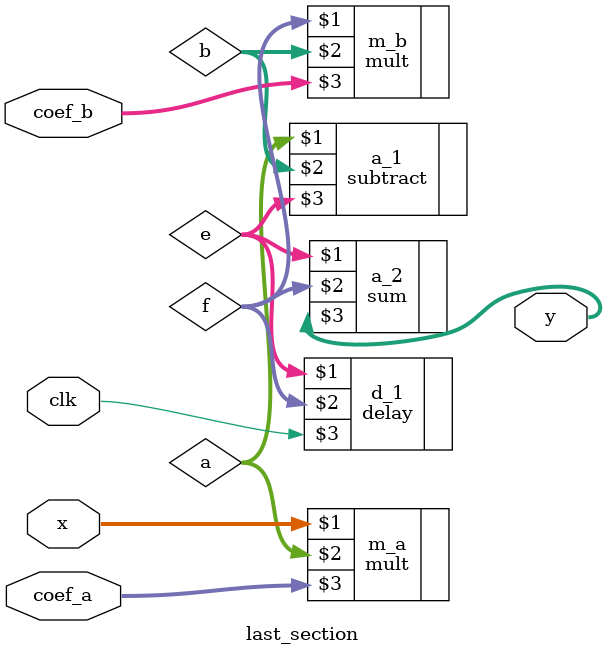
<source format=v>
`timescale 1ns / 1ps
/*`define number_of_floating_points 12
`define number_of_integer 12*/

`define number_of_floating_points 16
`define number_of_integer 12

module last_section(
    input wire signed [`number_of_floating_points + `number_of_integer + `number_of_floating_points  + `number_of_integer : 0] x, coef_a, coef_b,
    input wire clk,
    output wire signed [`number_of_floating_points + `number_of_integer + `number_of_floating_points  + `number_of_integer : 0] y
    );
    wire signed [`number_of_floating_points + `number_of_integer + `number_of_floating_points  + `number_of_integer : 0] a,b,e,f;
    mult m_a (x, a, coef_a);
    mult m_b (f, b, coef_b);
    subtract a_1 (a, b, e);
    sum a_2 (e, f, y);
    delay d_1 (e, f, clk);

endmodule

</source>
